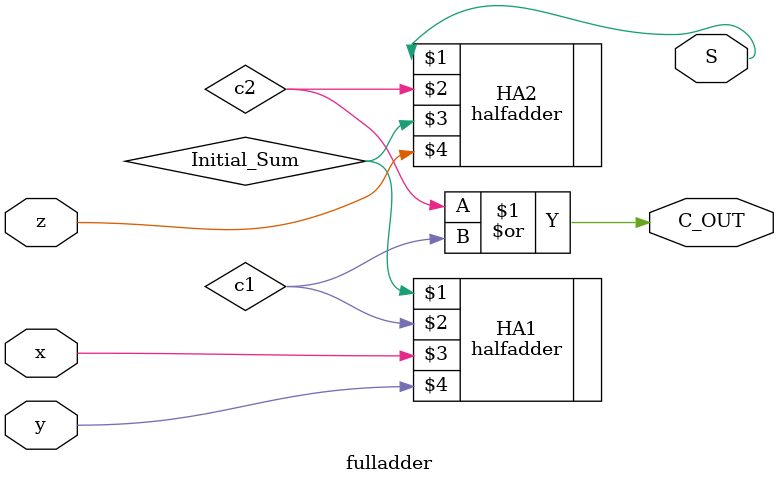
<source format=v>
`timescale 1ns / 1ps

//full adder using 2 half adders
module fulladder (S,C_OUT,x,y,z);
    input x,y,z;
    output S,C_OUT;
    wire Initial_Sum,c1,c2; //Outputs of first XOR and two AND gates
    //Instantiate the half adders
    halfadder HA1(Initial_Sum,c1,x,y),  //sum of x,y
              HA2(S,c2,Initial_Sum,z);  //sum of (x+y),z
    or gate(C_OUT,c2,c1);   //final carry of the sum x,y,z
endmodule
</source>
